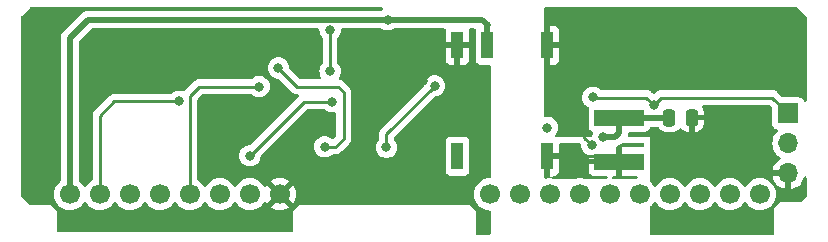
<source format=gbr>
%TF.GenerationSoftware,KiCad,Pcbnew,8.0.4*%
%TF.CreationDate,2024-11-04T15:39:35+01:00*%
%TF.ProjectId,Flipper_Zero_CAN_Module,466c6970-7065-4725-9f5a-65726f5f4341,rev?*%
%TF.SameCoordinates,Original*%
%TF.FileFunction,Copper,L2,Bot*%
%TF.FilePolarity,Positive*%
%FSLAX46Y46*%
G04 Gerber Fmt 4.6, Leading zero omitted, Abs format (unit mm)*
G04 Created by KiCad (PCBNEW 8.0.4) date 2024-11-04 15:39:35*
%MOMM*%
%LPD*%
G01*
G04 APERTURE LIST*
G04 Aperture macros list*
%AMRoundRect*
0 Rectangle with rounded corners*
0 $1 Rounding radius*
0 $2 $3 $4 $5 $6 $7 $8 $9 X,Y pos of 4 corners*
0 Add a 4 corners polygon primitive as box body*
4,1,4,$2,$3,$4,$5,$6,$7,$8,$9,$2,$3,0*
0 Add four circle primitives for the rounded corners*
1,1,$1+$1,$2,$3*
1,1,$1+$1,$4,$5*
1,1,$1+$1,$6,$7*
1,1,$1+$1,$8,$9*
0 Add four rect primitives between the rounded corners*
20,1,$1+$1,$2,$3,$4,$5,0*
20,1,$1+$1,$4,$5,$6,$7,0*
20,1,$1+$1,$6,$7,$8,$9,0*
20,1,$1+$1,$8,$9,$2,$3,0*%
G04 Aperture macros list end*
%TA.AperFunction,ComponentPad*%
%ADD10C,1.700000*%
%TD*%
%TA.AperFunction,ComponentPad*%
%ADD11R,1.700000X1.700000*%
%TD*%
%TA.AperFunction,ComponentPad*%
%ADD12O,1.700000X1.700000*%
%TD*%
%TA.AperFunction,SMDPad,CuDef*%
%ADD13R,4.200000X1.400000*%
%TD*%
%TA.AperFunction,SMDPad,CuDef*%
%ADD14RoundRect,0.250000X0.250000X0.475000X-0.250000X0.475000X-0.250000X-0.475000X0.250000X-0.475000X0*%
%TD*%
%TA.AperFunction,SMDPad,CuDef*%
%ADD15R,1.000000X2.300000*%
%TD*%
%TA.AperFunction,ViaPad*%
%ADD16C,0.800000*%
%TD*%
%TA.AperFunction,Conductor*%
%ADD17C,0.250000*%
%TD*%
%TA.AperFunction,Conductor*%
%ADD18C,0.500000*%
%TD*%
G04 APERTURE END LIST*
D10*
%TO.P,U7,1,5V*%
%TO.N,+5V*%
X115873531Y-87820024D03*
%TO.P,U7,2,A7*%
%TO.N,/Board/SPI_MOSI*%
X118413531Y-87820024D03*
%TO.P,U7,3,A6*%
%TO.N,/Board/SPI_MISO*%
X120953531Y-87820024D03*
%TO.P,U7,4,A4*%
%TO.N,/Board/CAN_FD_1_ChipSelect*%
X123493531Y-87820024D03*
%TO.P,U7,5,B3*%
%TO.N,/Board/SPI_SCK*%
X126033531Y-87820024D03*
%TO.P,U7,6,B2*%
%TO.N,unconnected-(U7-B2-Pad6)*%
X128573531Y-87820024D03*
%TO.P,U7,7,C3*%
%TO.N,/Board/CAN_FD_1_INT*%
X131113531Y-87820024D03*
%TO.P,U7,8,GND*%
%TO.N,GND*%
X133653531Y-87820024D03*
%TO.P,U7,9,3V3*%
%TO.N,+3V3*%
X151433531Y-87820024D03*
%TO.P,U7,10,SWC*%
%TO.N,unconnected-(U7-SWC-Pad10)*%
X153973531Y-87820024D03*
%TO.P,U7,11,GND*%
%TO.N,unconnected-(U7-GND-Pad11)*%
X156513531Y-87820024D03*
%TO.P,U7,12,SIO*%
%TO.N,unconnected-(U7-SIO-Pad12)*%
X159053531Y-87820024D03*
%TO.P,U7,13,TX*%
%TO.N,unconnected-(U7-TX-Pad13)*%
X161593531Y-87820024D03*
%TO.P,U7,14,RX*%
%TO.N,unconnected-(U7-RX-Pad14)*%
X164133531Y-87820024D03*
%TO.P,U7,15,C1*%
%TO.N,unconnected-(U7-C1-Pad15)*%
X166673531Y-87820024D03*
%TO.P,U7,16,C0*%
%TO.N,unconnected-(U7-C0-Pad16)*%
X169213531Y-87820024D03*
%TO.P,U7,17,1W*%
%TO.N,unconnected-(U7-1W-Pad17)*%
X171753531Y-87820024D03*
%TO.P,U7,18,GND*%
%TO.N,unconnected-(U7-GND-Pad18)*%
X174293531Y-87820024D03*
%TD*%
D11*
%TO.P,J1,1,Pin_1*%
%TO.N,/Board/CAN_H_FD_1*%
X176700000Y-80975000D03*
D12*
%TO.P,J1,2,Pin_2*%
%TO.N,/Board/CAN_L_FD_1*%
X176700000Y-83515000D03*
%TO.P,J1,3,Pin_3*%
%TO.N,GND1*%
X176700000Y-86055000D03*
%TD*%
D13*
%TO.P,L1,1,1*%
%TO.N,Net-(U1-+VOUT)*%
X162400000Y-85050000D03*
%TO.P,L1,2,2*%
%TO.N,+5P*%
X162400000Y-81350000D03*
%TD*%
D14*
%TO.P,C2,1*%
%TO.N,GND1*%
X168525000Y-81325000D03*
%TO.P,C2,2*%
%TO.N,+5P*%
X166625000Y-81325000D03*
%TD*%
D15*
%TO.P,U1,1,-VIN*%
%TO.N,GND*%
X148680000Y-75200000D03*
%TO.P,U1,3,+VIN*%
%TO.N,+5V*%
X151220000Y-75200000D03*
%TO.P,U1,7,-VOUT*%
%TO.N,GND1*%
X156300000Y-75200000D03*
%TO.P,U1,8,+VOUT*%
%TO.N,Net-(U1-+VOUT)*%
X156300000Y-84600000D03*
%TO.P,U1,14,NC*%
%TO.N,unconnected-(U1-NC-Pad14)*%
X148680000Y-84600000D03*
%TD*%
D16*
%TO.N,+3V3*%
X133525000Y-77125000D03*
X137450000Y-83800000D03*
%TO.N,GND*%
X140325000Y-85375000D03*
X141475000Y-74475000D03*
X142040000Y-81100000D03*
X145750000Y-78200000D03*
%TO.N,+5P*%
X156286200Y-82169000D03*
X161000000Y-83000000D03*
%TO.N,GND1*%
X156972000Y-72898000D03*
X161100000Y-78500000D03*
X165750000Y-84750000D03*
X163110000Y-74940000D03*
X160050000Y-83650000D03*
X165750000Y-84750000D03*
X163110000Y-74940000D03*
%TO.N,/Board/CAN_H_FD_1*%
X160158400Y-79615000D03*
X165300000Y-80238600D03*
%TO.N,+5V*%
X142773400Y-73025000D03*
%TO.N,Net-(U2-TXCAN)*%
X142671800Y-83845400D03*
X146761200Y-78638400D03*
%TO.N,/Board/CAN_FD_1_INT*%
X131114800Y-84556600D03*
X138099800Y-79984600D03*
%TO.N,/Board/SPI_SCK*%
X131891400Y-78700000D03*
%TO.N,/Board/SPI_MOSI*%
X125120400Y-79959200D03*
%TO.N,/Board/TX_CAN_INT*%
X137900000Y-73874500D03*
X137900000Y-77400000D03*
%TD*%
D17*
%TO.N,+3V3*%
X138600000Y-78725000D02*
X139050000Y-79175000D01*
X138400000Y-83775000D02*
X138375000Y-83800000D01*
X133525000Y-77125000D02*
X135125000Y-78725000D01*
X139050000Y-83125000D02*
X138400000Y-83775000D01*
X138375000Y-83800000D02*
X137450000Y-83800000D01*
X138375000Y-78725000D02*
X138600000Y-78725000D01*
X135125000Y-78725000D02*
X138375000Y-78725000D01*
X139050000Y-79175000D02*
X139050000Y-83125000D01*
D18*
%TO.N,+5P*%
X162000000Y-83000000D02*
X162400000Y-82600000D01*
X161000000Y-83000000D02*
X162000000Y-83000000D01*
D17*
X166600000Y-81350000D02*
X166625000Y-81325000D01*
D18*
X162400000Y-82600000D02*
X162400000Y-81350000D01*
X162400000Y-81350000D02*
X166600000Y-81350000D01*
D17*
%TO.N,GND1*%
X162850000Y-75200000D02*
X163110000Y-74940000D01*
X161075000Y-78525000D02*
X161100000Y-78500000D01*
X156300000Y-75200000D02*
X162850000Y-75200000D01*
X156300000Y-73570000D02*
X156972000Y-72898000D01*
X158750000Y-78975000D02*
X159200000Y-78525000D01*
X159433400Y-81158400D02*
X158750000Y-80475000D01*
X159433400Y-83033400D02*
X159433400Y-81158400D01*
X158750000Y-80475000D02*
X158750000Y-78975000D01*
X159200000Y-78525000D02*
X161075000Y-78525000D01*
X156300000Y-75200000D02*
X156300000Y-73570000D01*
X160050000Y-83650000D02*
X159433400Y-83033400D01*
%TO.N,/Board/CAN_H_FD_1*%
X175354000Y-79629000D02*
X176700000Y-80975000D01*
X165300000Y-80238600D02*
X165909600Y-79629000D01*
X160172400Y-79629000D02*
X160158400Y-79615000D01*
X164690400Y-79629000D02*
X160172400Y-79629000D01*
X165300000Y-80238600D02*
X164690400Y-79629000D01*
X165909600Y-79629000D02*
X175354000Y-79629000D01*
D18*
%TO.N,+5V*%
X142773400Y-73025000D02*
X150774400Y-73025000D01*
X151220000Y-73493800D02*
X151220000Y-75200000D01*
X142773400Y-73025000D02*
X117398800Y-73025000D01*
X117398800Y-73025000D02*
X115873531Y-74550269D01*
D17*
X151231600Y-73482200D02*
X151220000Y-73493800D01*
D18*
X115873531Y-74550269D02*
X115873531Y-87820024D01*
X150774400Y-73025000D02*
X151231600Y-73482200D01*
D17*
%TO.N,Net-(U2-TXCAN)*%
X146761200Y-78638400D02*
X142671800Y-82727800D01*
X142671800Y-82727800D02*
X142671800Y-83845400D01*
%TO.N,/Board/CAN_FD_1_INT*%
X131114800Y-84556600D02*
X135686800Y-79984600D01*
X135686800Y-79984600D02*
X138099800Y-79984600D01*
%TO.N,/Board/SPI_SCK*%
X126836800Y-78700000D02*
X126033531Y-79503269D01*
X131891400Y-78700000D02*
X126836800Y-78700000D01*
X126033531Y-79503269D02*
X126033531Y-87820024D01*
%TO.N,/Board/SPI_MOSI*%
X119634000Y-79959200D02*
X118413531Y-81179669D01*
X118413531Y-81179669D02*
X118413531Y-87820024D01*
X125120400Y-79959200D02*
X119634000Y-79959200D01*
%TO.N,Net-(U1-+VOUT)*%
X156286200Y-84586200D02*
X156300000Y-84600000D01*
X161950000Y-84600000D02*
X162400000Y-85050000D01*
X156300000Y-84600000D02*
X161950000Y-84600000D01*
%TO.N,/Board/TX_CAN_INT*%
X137900000Y-73874500D02*
X137900000Y-77400000D01*
%TD*%
%TA.AperFunction,Conductor*%
%TO.N,GND*%
G36*
X142345291Y-72019685D02*
G01*
X142391046Y-72072489D01*
X142400990Y-72141647D01*
X142371965Y-72205203D01*
X142328690Y-72237278D01*
X142324697Y-72239055D01*
X142320667Y-72240850D01*
X142320665Y-72240851D01*
X142306948Y-72250818D01*
X142241142Y-72274298D01*
X142234063Y-72274500D01*
X117324880Y-72274500D01*
X117179892Y-72303340D01*
X117179882Y-72303343D01*
X117043308Y-72359913D01*
X116920384Y-72442048D01*
X116920384Y-72442049D01*
X115290578Y-74071853D01*
X115290576Y-74071855D01*
X115258879Y-74119297D01*
X115258877Y-74119300D01*
X115208450Y-74194767D01*
X115208443Y-74194780D01*
X115151874Y-74331351D01*
X115151871Y-74331361D01*
X115123031Y-74476348D01*
X115123031Y-86632322D01*
X115103346Y-86699361D01*
X115070156Y-86733896D01*
X115002126Y-86781531D01*
X114835036Y-86948621D01*
X114699496Y-87142193D01*
X114699495Y-87142195D01*
X114599629Y-87356359D01*
X114599625Y-87356368D01*
X114538469Y-87584610D01*
X114538467Y-87584620D01*
X114517872Y-87820023D01*
X114517872Y-87820024D01*
X114538467Y-88055427D01*
X114538469Y-88055437D01*
X114599625Y-88283679D01*
X114599627Y-88283683D01*
X114599628Y-88283687D01*
X114679331Y-88454610D01*
X114699496Y-88497854D01*
X114699498Y-88497858D01*
X114757993Y-88581397D01*
X114835036Y-88691425D01*
X115002130Y-88858519D01*
X115098915Y-88926289D01*
X115195696Y-88994056D01*
X115195698Y-88994057D01*
X115195701Y-88994059D01*
X115409868Y-89093927D01*
X115638123Y-89155087D01*
X115826449Y-89171563D01*
X115873530Y-89175683D01*
X115873531Y-89175683D01*
X115873532Y-89175683D01*
X115920256Y-89171595D01*
X116108939Y-89155087D01*
X116337194Y-89093927D01*
X116551361Y-88994059D01*
X116744932Y-88858519D01*
X116912026Y-88691425D01*
X117041956Y-88505866D01*
X117096533Y-88462241D01*
X117166031Y-88455047D01*
X117228386Y-88486570D01*
X117245106Y-88505866D01*
X117375031Y-88691419D01*
X117375036Y-88691425D01*
X117542130Y-88858519D01*
X117638915Y-88926289D01*
X117735696Y-88994056D01*
X117735698Y-88994057D01*
X117735701Y-88994059D01*
X117949868Y-89093927D01*
X118178123Y-89155087D01*
X118366449Y-89171563D01*
X118413530Y-89175683D01*
X118413531Y-89175683D01*
X118413532Y-89175683D01*
X118460256Y-89171595D01*
X118648939Y-89155087D01*
X118877194Y-89093927D01*
X119091361Y-88994059D01*
X119284932Y-88858519D01*
X119452026Y-88691425D01*
X119581956Y-88505866D01*
X119636533Y-88462241D01*
X119706031Y-88455047D01*
X119768386Y-88486570D01*
X119785106Y-88505866D01*
X119915031Y-88691419D01*
X119915036Y-88691425D01*
X120082130Y-88858519D01*
X120178915Y-88926289D01*
X120275696Y-88994056D01*
X120275698Y-88994057D01*
X120275701Y-88994059D01*
X120489868Y-89093927D01*
X120718123Y-89155087D01*
X120906449Y-89171563D01*
X120953530Y-89175683D01*
X120953531Y-89175683D01*
X120953532Y-89175683D01*
X121000256Y-89171595D01*
X121188939Y-89155087D01*
X121417194Y-89093927D01*
X121631361Y-88994059D01*
X121824932Y-88858519D01*
X121992026Y-88691425D01*
X122121956Y-88505866D01*
X122176533Y-88462241D01*
X122246031Y-88455047D01*
X122308386Y-88486570D01*
X122325106Y-88505866D01*
X122455031Y-88691419D01*
X122455036Y-88691425D01*
X122622130Y-88858519D01*
X122718915Y-88926289D01*
X122815696Y-88994056D01*
X122815698Y-88994057D01*
X122815701Y-88994059D01*
X123029868Y-89093927D01*
X123258123Y-89155087D01*
X123446449Y-89171563D01*
X123493530Y-89175683D01*
X123493531Y-89175683D01*
X123493532Y-89175683D01*
X123540256Y-89171595D01*
X123728939Y-89155087D01*
X123957194Y-89093927D01*
X124171361Y-88994059D01*
X124364932Y-88858519D01*
X124532026Y-88691425D01*
X124661956Y-88505866D01*
X124716533Y-88462241D01*
X124786031Y-88455047D01*
X124848386Y-88486570D01*
X124865106Y-88505866D01*
X124995031Y-88691419D01*
X124995036Y-88691425D01*
X125162130Y-88858519D01*
X125258915Y-88926289D01*
X125355696Y-88994056D01*
X125355698Y-88994057D01*
X125355701Y-88994059D01*
X125569868Y-89093927D01*
X125798123Y-89155087D01*
X125986449Y-89171563D01*
X126033530Y-89175683D01*
X126033531Y-89175683D01*
X126033532Y-89175683D01*
X126080256Y-89171595D01*
X126268939Y-89155087D01*
X126497194Y-89093927D01*
X126711361Y-88994059D01*
X126904932Y-88858519D01*
X127072026Y-88691425D01*
X127201956Y-88505866D01*
X127256533Y-88462241D01*
X127326031Y-88455047D01*
X127388386Y-88486570D01*
X127405106Y-88505866D01*
X127535031Y-88691419D01*
X127535036Y-88691425D01*
X127702130Y-88858519D01*
X127798915Y-88926289D01*
X127895696Y-88994056D01*
X127895698Y-88994057D01*
X127895701Y-88994059D01*
X128109868Y-89093927D01*
X128338123Y-89155087D01*
X128526449Y-89171563D01*
X128573530Y-89175683D01*
X128573531Y-89175683D01*
X128573532Y-89175683D01*
X128620256Y-89171595D01*
X128808939Y-89155087D01*
X129037194Y-89093927D01*
X129251361Y-88994059D01*
X129444932Y-88858519D01*
X129612026Y-88691425D01*
X129741956Y-88505866D01*
X129796533Y-88462241D01*
X129866031Y-88455047D01*
X129928386Y-88486570D01*
X129945106Y-88505866D01*
X130075031Y-88691419D01*
X130075036Y-88691425D01*
X130242130Y-88858519D01*
X130338915Y-88926289D01*
X130435696Y-88994056D01*
X130435698Y-88994057D01*
X130435701Y-88994059D01*
X130649868Y-89093927D01*
X130878123Y-89155087D01*
X131066449Y-89171563D01*
X131113530Y-89175683D01*
X131113531Y-89175683D01*
X131113532Y-89175683D01*
X131160256Y-89171595D01*
X131348939Y-89155087D01*
X131577194Y-89093927D01*
X131791361Y-88994059D01*
X131984932Y-88858519D01*
X132152026Y-88691425D01*
X132282263Y-88505427D01*
X132336838Y-88461804D01*
X132406336Y-88454610D01*
X132468691Y-88486133D01*
X132485411Y-88505429D01*
X132538604Y-88581397D01*
X133170568Y-87949433D01*
X133187606Y-88013017D01*
X133253432Y-88127031D01*
X133346524Y-88220123D01*
X133460538Y-88285949D01*
X133524121Y-88302986D01*
X132892156Y-88934949D01*
X132975952Y-88993623D01*
X133190038Y-89093453D01*
X133190047Y-89093457D01*
X133418204Y-89154591D01*
X133418215Y-89154593D01*
X133653529Y-89175181D01*
X133653533Y-89175181D01*
X133888846Y-89154593D01*
X133888857Y-89154591D01*
X134117014Y-89093457D01*
X134117023Y-89093453D01*
X134331109Y-88993624D01*
X134331113Y-88993622D01*
X134414904Y-88934950D01*
X134414904Y-88934949D01*
X133782940Y-88302986D01*
X133846524Y-88285949D01*
X133960538Y-88220123D01*
X134053630Y-88127031D01*
X134119456Y-88013017D01*
X134136493Y-87949433D01*
X134768456Y-88581397D01*
X134768457Y-88581397D01*
X134827129Y-88497606D01*
X134827131Y-88497602D01*
X134926960Y-88283516D01*
X134926964Y-88283507D01*
X134988098Y-88055350D01*
X134988100Y-88055339D01*
X135008688Y-87820025D01*
X135008688Y-87820022D01*
X134988100Y-87584708D01*
X134988098Y-87584697D01*
X134926964Y-87356540D01*
X134926960Y-87356531D01*
X134827131Y-87142447D01*
X134827130Y-87142445D01*
X134768456Y-87058650D01*
X134768456Y-87058649D01*
X134136493Y-87690613D01*
X134119456Y-87627031D01*
X134053630Y-87513017D01*
X133960538Y-87419925D01*
X133846524Y-87354099D01*
X133782941Y-87337061D01*
X134414904Y-86705097D01*
X134414904Y-86705096D01*
X134331114Y-86646426D01*
X134331110Y-86646424D01*
X134117023Y-86546594D01*
X134117014Y-86546590D01*
X133888857Y-86485456D01*
X133888846Y-86485454D01*
X133653533Y-86464867D01*
X133653529Y-86464867D01*
X133418215Y-86485454D01*
X133418204Y-86485456D01*
X133190047Y-86546590D01*
X133190038Y-86546594D01*
X132975950Y-86646425D01*
X132892156Y-86705096D01*
X133524121Y-87337061D01*
X133460538Y-87354099D01*
X133346524Y-87419925D01*
X133253432Y-87513017D01*
X133187606Y-87627031D01*
X133170568Y-87690613D01*
X132538604Y-87058650D01*
X132485412Y-87134618D01*
X132430835Y-87178243D01*
X132361337Y-87185437D01*
X132298982Y-87153915D01*
X132282261Y-87134618D01*
X132152025Y-86948621D01*
X131984933Y-86781530D01*
X131984926Y-86781525D01*
X131791365Y-86645991D01*
X131791361Y-86645989D01*
X131739031Y-86621587D01*
X131577194Y-86546121D01*
X131577190Y-86546120D01*
X131577186Y-86546118D01*
X131348944Y-86484962D01*
X131348934Y-86484960D01*
X131113532Y-86464365D01*
X131113530Y-86464365D01*
X130878127Y-86484960D01*
X130878117Y-86484962D01*
X130649875Y-86546118D01*
X130649866Y-86546122D01*
X130435702Y-86645988D01*
X130435700Y-86645989D01*
X130242128Y-86781529D01*
X130075036Y-86948621D01*
X129945106Y-87134182D01*
X129890529Y-87177807D01*
X129821031Y-87185001D01*
X129758676Y-87153478D01*
X129741956Y-87134182D01*
X129612025Y-86948621D01*
X129444933Y-86781530D01*
X129444926Y-86781525D01*
X129251365Y-86645991D01*
X129251361Y-86645989D01*
X129199031Y-86621587D01*
X129037194Y-86546121D01*
X129037190Y-86546120D01*
X129037186Y-86546118D01*
X128808944Y-86484962D01*
X128808934Y-86484960D01*
X128573532Y-86464365D01*
X128573530Y-86464365D01*
X128338127Y-86484960D01*
X128338117Y-86484962D01*
X128109875Y-86546118D01*
X128109866Y-86546122D01*
X127895702Y-86645988D01*
X127895700Y-86645989D01*
X127702128Y-86781529D01*
X127535036Y-86948621D01*
X127405106Y-87134182D01*
X127350529Y-87177807D01*
X127281031Y-87185001D01*
X127218676Y-87153478D01*
X127201956Y-87134182D01*
X127072025Y-86948621D01*
X126904933Y-86781530D01*
X126904932Y-86781529D01*
X126758960Y-86679318D01*
X126711907Y-86646371D01*
X126668282Y-86591794D01*
X126659031Y-86544796D01*
X126659031Y-79813721D01*
X126678716Y-79746682D01*
X126695350Y-79726040D01*
X127059571Y-79361819D01*
X127120894Y-79328334D01*
X127147252Y-79325500D01*
X131187652Y-79325500D01*
X131254691Y-79345185D01*
X131279800Y-79366526D01*
X131285526Y-79372885D01*
X131285529Y-79372888D01*
X131438665Y-79484148D01*
X131438670Y-79484151D01*
X131611592Y-79561142D01*
X131611597Y-79561144D01*
X131796754Y-79600500D01*
X131796755Y-79600500D01*
X131986044Y-79600500D01*
X131986046Y-79600500D01*
X132171203Y-79561144D01*
X132344130Y-79484151D01*
X132497271Y-79372888D01*
X132623933Y-79232216D01*
X132718579Y-79068284D01*
X132777074Y-78888256D01*
X132796860Y-78700000D01*
X132777074Y-78511744D01*
X132718579Y-78331716D01*
X132623933Y-78167784D01*
X132497271Y-78027112D01*
X132497270Y-78027111D01*
X132344134Y-77915851D01*
X132344129Y-77915848D01*
X132171207Y-77838857D01*
X132171202Y-77838855D01*
X132025401Y-77807865D01*
X131986046Y-77799500D01*
X131796754Y-77799500D01*
X131764297Y-77806398D01*
X131611597Y-77838855D01*
X131611592Y-77838857D01*
X131438670Y-77915848D01*
X131438665Y-77915851D01*
X131285530Y-78027110D01*
X131285526Y-78027114D01*
X131279800Y-78033474D01*
X131220313Y-78070121D01*
X131187652Y-78074500D01*
X126898407Y-78074500D01*
X126775193Y-78074500D01*
X126755320Y-78078453D01*
X126726989Y-78084088D01*
X126726988Y-78084087D01*
X126654355Y-78098535D01*
X126654348Y-78098537D01*
X126635884Y-78106185D01*
X126635883Y-78106184D01*
X126540515Y-78145686D01*
X126530427Y-78152428D01*
X126530426Y-78152429D01*
X126438068Y-78214140D01*
X126413068Y-78239141D01*
X126350942Y-78301267D01*
X126350939Y-78301270D01*
X125634801Y-79017408D01*
X125634798Y-79017411D01*
X125593509Y-79058700D01*
X125566987Y-79085222D01*
X125505663Y-79118706D01*
X125435972Y-79113721D01*
X125428870Y-79110819D01*
X125400208Y-79098057D01*
X125400202Y-79098055D01*
X125254401Y-79067065D01*
X125215046Y-79058700D01*
X125025754Y-79058700D01*
X124993297Y-79065598D01*
X124840597Y-79098055D01*
X124840592Y-79098057D01*
X124667670Y-79175048D01*
X124667665Y-79175051D01*
X124514530Y-79286310D01*
X124514526Y-79286314D01*
X124508800Y-79292674D01*
X124449313Y-79329321D01*
X124416652Y-79333700D01*
X119572389Y-79333700D01*
X119514651Y-79345185D01*
X119511971Y-79345718D01*
X119451548Y-79357737D01*
X119451546Y-79357737D01*
X119451545Y-79357738D01*
X119451543Y-79357738D01*
X119414969Y-79372888D01*
X119337715Y-79404886D01*
X119327627Y-79411628D01*
X119327626Y-79411629D01*
X119235268Y-79473340D01*
X119209866Y-79498743D01*
X119148142Y-79560467D01*
X117927675Y-80780933D01*
X117927669Y-80780941D01*
X117859223Y-80883374D01*
X117859215Y-80883388D01*
X117826014Y-80963548D01*
X117825878Y-80963876D01*
X117820354Y-80977212D01*
X117812068Y-80997214D01*
X117812066Y-80997222D01*
X117788031Y-81118058D01*
X117788031Y-86544797D01*
X117768346Y-86611836D01*
X117735154Y-86646372D01*
X117542128Y-86781529D01*
X117375036Y-86948621D01*
X117245106Y-87134182D01*
X117190529Y-87177807D01*
X117121031Y-87185001D01*
X117058676Y-87153478D01*
X117041956Y-87134182D01*
X116912025Y-86948621D01*
X116744935Y-86781531D01*
X116676906Y-86733896D01*
X116633282Y-86679318D01*
X116624031Y-86632322D01*
X116624031Y-74912498D01*
X116643716Y-74845459D01*
X116660350Y-74824817D01*
X117673348Y-73811819D01*
X117734671Y-73778334D01*
X117761029Y-73775500D01*
X136872485Y-73775500D01*
X136939524Y-73795185D01*
X136985279Y-73847989D01*
X136995804Y-73886534D01*
X137014326Y-74062756D01*
X137014327Y-74062759D01*
X137072818Y-74242777D01*
X137072821Y-74242784D01*
X137167467Y-74406716D01*
X137210772Y-74454810D01*
X137242650Y-74490215D01*
X137272880Y-74553206D01*
X137274500Y-74573187D01*
X137274500Y-76701312D01*
X137254815Y-76768351D01*
X137242650Y-76784284D01*
X137167466Y-76867784D01*
X137072821Y-77031715D01*
X137072818Y-77031722D01*
X137036375Y-77143884D01*
X137014326Y-77211744D01*
X136994540Y-77400000D01*
X137014326Y-77588256D01*
X137014327Y-77588259D01*
X137072818Y-77768277D01*
X137072821Y-77768284D01*
X137156661Y-77913500D01*
X137173134Y-77981401D01*
X137150281Y-78047427D01*
X137095360Y-78090618D01*
X137049274Y-78099500D01*
X135435453Y-78099500D01*
X135368414Y-78079815D01*
X135347772Y-78063181D01*
X134463960Y-77179369D01*
X134430475Y-77118046D01*
X134428323Y-77104668D01*
X134410674Y-76936744D01*
X134352179Y-76756716D01*
X134257533Y-76592784D01*
X134130871Y-76452112D01*
X134130870Y-76452111D01*
X133977734Y-76340851D01*
X133977729Y-76340848D01*
X133804807Y-76263857D01*
X133804802Y-76263855D01*
X133659001Y-76232865D01*
X133619646Y-76224500D01*
X133430354Y-76224500D01*
X133397897Y-76231398D01*
X133245197Y-76263855D01*
X133245192Y-76263857D01*
X133072270Y-76340848D01*
X133072265Y-76340851D01*
X132919129Y-76452111D01*
X132792466Y-76592785D01*
X132697821Y-76756715D01*
X132697818Y-76756722D01*
X132660953Y-76870183D01*
X132639326Y-76936744D01*
X132619540Y-77125000D01*
X132639326Y-77313256D01*
X132639327Y-77313259D01*
X132697818Y-77493277D01*
X132697821Y-77493284D01*
X132792467Y-77657216D01*
X132900551Y-77777255D01*
X132919129Y-77797888D01*
X133072265Y-77909148D01*
X133072270Y-77909151D01*
X133245192Y-77986142D01*
X133245197Y-77986144D01*
X133430354Y-78025500D01*
X133489548Y-78025500D01*
X133556587Y-78045185D01*
X133577229Y-78061819D01*
X134726263Y-79210855D01*
X134726267Y-79210858D01*
X134828710Y-79279309D01*
X134828711Y-79279309D01*
X134828715Y-79279312D01*
X134882193Y-79301463D01*
X134942548Y-79326463D01*
X134962597Y-79330451D01*
X134978931Y-79333700D01*
X135063392Y-79350501D01*
X135136946Y-79350501D01*
X135203985Y-79370186D01*
X135249740Y-79422990D01*
X135259684Y-79492148D01*
X135230659Y-79555704D01*
X135224627Y-79562182D01*
X131167029Y-83619781D01*
X131105706Y-83653266D01*
X131079348Y-83656100D01*
X131020154Y-83656100D01*
X130987697Y-83662998D01*
X130834997Y-83695455D01*
X130834992Y-83695457D01*
X130662070Y-83772448D01*
X130662065Y-83772451D01*
X130508929Y-83883711D01*
X130382266Y-84024385D01*
X130287621Y-84188315D01*
X130287618Y-84188322D01*
X130233686Y-84354310D01*
X130229126Y-84368344D01*
X130209340Y-84556600D01*
X130229126Y-84744856D01*
X130229127Y-84744859D01*
X130287618Y-84924877D01*
X130287621Y-84924884D01*
X130382267Y-85088816D01*
X130508929Y-85229488D01*
X130662065Y-85340748D01*
X130662070Y-85340751D01*
X130834992Y-85417742D01*
X130834997Y-85417744D01*
X131020154Y-85457100D01*
X131020155Y-85457100D01*
X131209444Y-85457100D01*
X131209446Y-85457100D01*
X131394603Y-85417744D01*
X131567530Y-85340751D01*
X131720671Y-85229488D01*
X131847333Y-85088816D01*
X131941979Y-84924884D01*
X132000474Y-84744856D01*
X132018121Y-84576945D01*
X132044705Y-84512332D01*
X132053752Y-84502236D01*
X135909572Y-80646419D01*
X135970895Y-80612934D01*
X135997253Y-80610100D01*
X137396052Y-80610100D01*
X137463091Y-80629785D01*
X137488200Y-80651126D01*
X137493926Y-80657485D01*
X137493930Y-80657489D01*
X137647065Y-80768748D01*
X137647070Y-80768751D01*
X137819992Y-80845742D01*
X137819997Y-80845744D01*
X138005154Y-80885100D01*
X138005155Y-80885100D01*
X138194444Y-80885100D01*
X138194446Y-80885100D01*
X138274721Y-80868037D01*
X138344386Y-80873353D01*
X138400120Y-80915490D01*
X138424225Y-80981069D01*
X138424500Y-80989327D01*
X138424500Y-82814548D01*
X138404815Y-82881587D01*
X138388181Y-82902229D01*
X138192978Y-83097431D01*
X138131655Y-83130916D01*
X138061963Y-83125932D01*
X138032412Y-83110068D01*
X137902734Y-83015851D01*
X137902729Y-83015848D01*
X137729807Y-82938857D01*
X137729802Y-82938855D01*
X137584001Y-82907865D01*
X137544646Y-82899500D01*
X137355354Y-82899500D01*
X137322897Y-82906398D01*
X137170197Y-82938855D01*
X137170192Y-82938857D01*
X136997270Y-83015848D01*
X136997265Y-83015851D01*
X136844129Y-83127111D01*
X136717466Y-83267785D01*
X136622821Y-83431715D01*
X136622818Y-83431722D01*
X136564614Y-83610858D01*
X136564326Y-83611744D01*
X136544540Y-83800000D01*
X136564326Y-83988256D01*
X136564327Y-83988259D01*
X136622818Y-84168277D01*
X136622821Y-84168284D01*
X136717467Y-84332216D01*
X136838401Y-84466526D01*
X136844129Y-84472888D01*
X136997265Y-84584148D01*
X136997270Y-84584151D01*
X137170192Y-84661142D01*
X137170197Y-84661144D01*
X137355354Y-84700500D01*
X137355355Y-84700500D01*
X137544644Y-84700500D01*
X137544646Y-84700500D01*
X137729803Y-84661144D01*
X137902730Y-84584151D01*
X138055871Y-84472888D01*
X138058788Y-84469647D01*
X138061600Y-84466526D01*
X138121087Y-84429879D01*
X138153748Y-84425500D01*
X138436607Y-84425500D01*
X138497029Y-84413481D01*
X138557452Y-84401463D01*
X138607496Y-84380734D01*
X138671286Y-84354312D01*
X138732620Y-84313329D01*
X138773733Y-84285858D01*
X138860858Y-84198733D01*
X138860858Y-84198732D01*
X138885857Y-84173734D01*
X138885857Y-84173733D01*
X138892914Y-84166677D01*
X138892925Y-84166663D01*
X139214189Y-83845400D01*
X141766340Y-83845400D01*
X141786126Y-84033656D01*
X141786127Y-84033659D01*
X141844618Y-84213677D01*
X141844621Y-84213684D01*
X141939267Y-84377616D01*
X142051468Y-84502227D01*
X142065929Y-84518288D01*
X142219065Y-84629548D01*
X142219070Y-84629551D01*
X142391992Y-84706542D01*
X142391997Y-84706544D01*
X142577154Y-84745900D01*
X142577155Y-84745900D01*
X142766444Y-84745900D01*
X142766446Y-84745900D01*
X142951603Y-84706544D01*
X143124530Y-84629551D01*
X143277671Y-84518288D01*
X143404333Y-84377616D01*
X143498979Y-84213684D01*
X143557474Y-84033656D01*
X143577260Y-83845400D01*
X143557474Y-83657144D01*
X143498979Y-83477116D01*
X143455689Y-83402135D01*
X147679500Y-83402135D01*
X147679500Y-85797870D01*
X147679501Y-85797876D01*
X147685908Y-85857483D01*
X147736202Y-85992328D01*
X147736206Y-85992335D01*
X147822452Y-86107544D01*
X147822455Y-86107547D01*
X147937664Y-86193793D01*
X147937671Y-86193797D01*
X148072517Y-86244091D01*
X148072516Y-86244091D01*
X148079444Y-86244835D01*
X148132127Y-86250500D01*
X149227872Y-86250499D01*
X149287483Y-86244091D01*
X149422331Y-86193796D01*
X149537546Y-86107546D01*
X149623796Y-85992331D01*
X149674091Y-85857483D01*
X149680500Y-85797873D01*
X149680499Y-83402128D01*
X149674091Y-83342517D01*
X149670196Y-83332075D01*
X149623797Y-83207671D01*
X149623793Y-83207664D01*
X149537547Y-83092455D01*
X149537544Y-83092452D01*
X149422335Y-83006206D01*
X149422328Y-83006202D01*
X149287482Y-82955908D01*
X149287483Y-82955908D01*
X149227883Y-82949501D01*
X149227881Y-82949500D01*
X149227873Y-82949500D01*
X149227864Y-82949500D01*
X148132129Y-82949500D01*
X148132123Y-82949501D01*
X148072516Y-82955908D01*
X147937671Y-83006202D01*
X147937664Y-83006206D01*
X147822455Y-83092452D01*
X147822452Y-83092455D01*
X147736206Y-83207664D01*
X147736202Y-83207671D01*
X147685908Y-83342517D01*
X147679501Y-83402116D01*
X147679501Y-83402123D01*
X147679500Y-83402135D01*
X143455689Y-83402135D01*
X143404333Y-83313184D01*
X143399166Y-83307445D01*
X143329150Y-83229684D01*
X143298920Y-83166692D01*
X143297300Y-83146712D01*
X143297300Y-83038252D01*
X143316985Y-82971213D01*
X143333619Y-82950571D01*
X146708971Y-79575219D01*
X146770294Y-79541734D01*
X146796652Y-79538900D01*
X146855844Y-79538900D01*
X146855846Y-79538900D01*
X147041003Y-79499544D01*
X147213930Y-79422551D01*
X147367071Y-79311288D01*
X147493733Y-79170616D01*
X147588379Y-79006684D01*
X147646874Y-78826656D01*
X147666660Y-78638400D01*
X147646874Y-78450144D01*
X147588379Y-78270116D01*
X147493733Y-78106184D01*
X147367071Y-77965512D01*
X147314368Y-77927221D01*
X147213934Y-77854251D01*
X147213929Y-77854248D01*
X147041007Y-77777257D01*
X147041002Y-77777255D01*
X146895201Y-77746265D01*
X146855846Y-77737900D01*
X146666554Y-77737900D01*
X146634097Y-77744798D01*
X146481397Y-77777255D01*
X146481392Y-77777257D01*
X146308470Y-77854248D01*
X146308465Y-77854251D01*
X146155329Y-77965511D01*
X146028667Y-78106184D01*
X146028666Y-78106184D01*
X145934021Y-78270115D01*
X145934018Y-78270122D01*
X145875527Y-78450140D01*
X145875526Y-78450144D01*
X145869052Y-78511740D01*
X145857878Y-78618051D01*
X145831293Y-78682666D01*
X145822238Y-78692770D01*
X142273070Y-82241939D01*
X142185944Y-82329064D01*
X142185938Y-82329072D01*
X142117490Y-82431508D01*
X142117488Y-82431513D01*
X142089327Y-82499501D01*
X142079372Y-82523533D01*
X142079373Y-82523534D01*
X142070338Y-82545346D01*
X142070335Y-82545356D01*
X142051680Y-82639144D01*
X142051680Y-82639145D01*
X142046300Y-82666191D01*
X142046300Y-83146712D01*
X142026615Y-83213751D01*
X142014450Y-83229684D01*
X141939266Y-83313184D01*
X141844621Y-83477115D01*
X141844618Y-83477122D01*
X141798867Y-83617931D01*
X141786126Y-83657144D01*
X141766340Y-83845400D01*
X139214189Y-83845400D01*
X139448729Y-83610860D01*
X139448733Y-83610858D01*
X139535858Y-83523733D01*
X139604311Y-83421286D01*
X139604312Y-83421285D01*
X139604313Y-83421282D01*
X139604315Y-83421279D01*
X139636938Y-83342517D01*
X139641265Y-83332071D01*
X139651463Y-83307452D01*
X139669004Y-83219266D01*
X139671311Y-83207671D01*
X139675500Y-83186607D01*
X139675500Y-79113393D01*
X139675499Y-79113389D01*
X139664621Y-79058700D01*
X139651463Y-78992548D01*
X139616215Y-78907452D01*
X139616214Y-78907449D01*
X139604313Y-78878715D01*
X139556575Y-78807272D01*
X139556575Y-78807271D01*
X139556573Y-78807270D01*
X139535858Y-78776267D01*
X139535856Y-78776264D01*
X139445637Y-78686045D01*
X139445606Y-78686016D01*
X139090198Y-78330608D01*
X139090178Y-78330586D01*
X138998733Y-78239141D01*
X138947509Y-78204915D01*
X138896287Y-78170689D01*
X138896286Y-78170688D01*
X138896283Y-78170686D01*
X138896280Y-78170685D01*
X138815792Y-78137347D01*
X138782454Y-78123538D01*
X138782456Y-78123538D01*
X138782452Y-78123537D01*
X138782449Y-78123536D01*
X138782445Y-78123535D01*
X138718612Y-78110838D01*
X138656701Y-78078453D01*
X138622127Y-78017737D01*
X138625867Y-77947968D01*
X138635417Y-77927221D01*
X138677547Y-77854249D01*
X138727179Y-77768284D01*
X138785674Y-77588256D01*
X138805460Y-77400000D01*
X138785674Y-77211744D01*
X138727179Y-77031716D01*
X138632533Y-76867784D01*
X138557350Y-76784284D01*
X138527120Y-76721292D01*
X138525500Y-76701312D01*
X138525500Y-76397844D01*
X147680000Y-76397844D01*
X147686401Y-76457372D01*
X147686403Y-76457379D01*
X147736645Y-76592086D01*
X147736649Y-76592093D01*
X147822809Y-76707187D01*
X147822812Y-76707190D01*
X147937906Y-76793350D01*
X147937913Y-76793354D01*
X148072620Y-76843596D01*
X148072627Y-76843598D01*
X148132155Y-76849999D01*
X148132172Y-76850000D01*
X148430000Y-76850000D01*
X148930000Y-76850000D01*
X149227828Y-76850000D01*
X149227844Y-76849999D01*
X149287372Y-76843598D01*
X149287379Y-76843596D01*
X149422086Y-76793354D01*
X149422093Y-76793350D01*
X149537187Y-76707190D01*
X149537190Y-76707187D01*
X149623350Y-76592093D01*
X149623354Y-76592086D01*
X149673596Y-76457379D01*
X149673598Y-76457372D01*
X149679999Y-76397844D01*
X149680000Y-76397827D01*
X149680000Y-75450000D01*
X148930000Y-75450000D01*
X148930000Y-76850000D01*
X148430000Y-76850000D01*
X148430000Y-75450000D01*
X147680000Y-75450000D01*
X147680000Y-76397844D01*
X138525500Y-76397844D01*
X138525500Y-74573187D01*
X138545185Y-74506148D01*
X138557350Y-74490215D01*
X138575891Y-74469622D01*
X138632533Y-74406716D01*
X138727179Y-74242784D01*
X138785674Y-74062756D01*
X138804194Y-73886536D01*
X138830778Y-73821924D01*
X138888076Y-73781939D01*
X138927515Y-73775500D01*
X142234063Y-73775500D01*
X142301102Y-73795185D01*
X142306948Y-73799182D01*
X142320665Y-73809148D01*
X142320670Y-73809151D01*
X142493592Y-73886142D01*
X142493597Y-73886144D01*
X142678754Y-73925500D01*
X142678755Y-73925500D01*
X142868044Y-73925500D01*
X142868046Y-73925500D01*
X143053203Y-73886144D01*
X143226130Y-73809151D01*
X143228176Y-73807664D01*
X143239852Y-73799182D01*
X143305658Y-73775702D01*
X143312737Y-73775500D01*
X147570142Y-73775500D01*
X147637181Y-73795185D01*
X147682936Y-73847989D01*
X147692880Y-73917147D01*
X147686718Y-73941283D01*
X147686401Y-73942627D01*
X147680000Y-74002155D01*
X147680000Y-74950000D01*
X149680000Y-74950000D01*
X149680000Y-74002172D01*
X149679999Y-74002155D01*
X149673598Y-73942627D01*
X149671813Y-73935070D01*
X149673099Y-73934766D01*
X149668691Y-73873144D01*
X149702175Y-73811820D01*
X149763498Y-73778334D01*
X149789858Y-73775500D01*
X150109609Y-73775500D01*
X150176648Y-73795185D01*
X150222403Y-73847989D01*
X150232347Y-73917147D01*
X150226366Y-73940577D01*
X150225908Y-73942516D01*
X150219501Y-74002116D01*
X150219500Y-74002135D01*
X150219500Y-76397870D01*
X150219501Y-76397876D01*
X150225908Y-76457483D01*
X150276202Y-76592328D01*
X150276206Y-76592335D01*
X150362452Y-76707544D01*
X150362455Y-76707547D01*
X150477664Y-76793793D01*
X150477671Y-76793797D01*
X150612517Y-76844091D01*
X150612516Y-76844091D01*
X150619444Y-76844835D01*
X150672127Y-76850500D01*
X151376001Y-76850499D01*
X151443039Y-76870183D01*
X151488794Y-76922987D01*
X151500000Y-76974499D01*
X151500000Y-86344924D01*
X151480315Y-86411963D01*
X151427511Y-86457718D01*
X151386808Y-86468452D01*
X151198127Y-86484960D01*
X151198117Y-86484962D01*
X150969875Y-86546118D01*
X150969866Y-86546122D01*
X150755702Y-86645988D01*
X150755700Y-86645989D01*
X150562128Y-86781529D01*
X150395036Y-86948621D01*
X150259496Y-87142193D01*
X150259495Y-87142195D01*
X150159629Y-87356359D01*
X150159625Y-87356368D01*
X150098469Y-87584610D01*
X150098467Y-87584620D01*
X150077872Y-87820023D01*
X150077872Y-87820024D01*
X150098467Y-88055427D01*
X150098469Y-88055437D01*
X150159625Y-88283679D01*
X150159627Y-88283683D01*
X150159628Y-88283687D01*
X150239331Y-88454610D01*
X150259496Y-88497854D01*
X150259498Y-88497858D01*
X150317993Y-88581397D01*
X150395036Y-88691425D01*
X150562130Y-88858519D01*
X150658915Y-88926289D01*
X150755696Y-88994056D01*
X150755698Y-88994057D01*
X150755701Y-88994059D01*
X150969868Y-89093927D01*
X151198123Y-89155087D01*
X151386808Y-89171595D01*
X151451876Y-89197048D01*
X151492855Y-89253638D01*
X151500000Y-89295123D01*
X151500000Y-91126000D01*
X151480315Y-91193039D01*
X151427511Y-91238794D01*
X151376000Y-91250000D01*
X150374000Y-91250000D01*
X150306961Y-91230315D01*
X150261206Y-91177511D01*
X150250000Y-91126000D01*
X150250000Y-89250000D01*
X149750000Y-88750000D01*
X135250000Y-88750000D01*
X135249999Y-88750000D01*
X134750000Y-89249999D01*
X134750000Y-90876000D01*
X134730315Y-90943039D01*
X134677511Y-90988794D01*
X134626000Y-91000000D01*
X114874000Y-91000000D01*
X114806961Y-90980315D01*
X114761206Y-90927511D01*
X114750000Y-90876000D01*
X114750000Y-89250000D01*
X114250000Y-88750000D01*
X112551362Y-88750000D01*
X112484323Y-88730315D01*
X112463681Y-88713681D01*
X111786319Y-88036319D01*
X111752834Y-87974996D01*
X111750000Y-87948638D01*
X111750000Y-72801362D01*
X111769685Y-72734323D01*
X111786319Y-72713681D01*
X112463681Y-72036319D01*
X112525004Y-72002834D01*
X112551362Y-72000000D01*
X142278252Y-72000000D01*
X142345291Y-72019685D01*
G37*
%TD.AperFunction*%
%TD*%
%TA.AperFunction,Conductor*%
%TO.N,GND1*%
G36*
X175110587Y-80274185D02*
G01*
X175131229Y-80290819D01*
X175313181Y-80472771D01*
X175346666Y-80534094D01*
X175349500Y-80560452D01*
X175349500Y-81872870D01*
X175349501Y-81872876D01*
X175355908Y-81932483D01*
X175406202Y-82067328D01*
X175406206Y-82067335D01*
X175492452Y-82182544D01*
X175492455Y-82182547D01*
X175607664Y-82268793D01*
X175607671Y-82268797D01*
X175739081Y-82317810D01*
X175795015Y-82359681D01*
X175819432Y-82425145D01*
X175804580Y-82493418D01*
X175783430Y-82521673D01*
X175661503Y-82643600D01*
X175525965Y-82837169D01*
X175525964Y-82837171D01*
X175426098Y-83051335D01*
X175426094Y-83051344D01*
X175364938Y-83279586D01*
X175364936Y-83279596D01*
X175344341Y-83514999D01*
X175344341Y-83515000D01*
X175364936Y-83750403D01*
X175364938Y-83750413D01*
X175426094Y-83978655D01*
X175426096Y-83978659D01*
X175426097Y-83978663D01*
X175486254Y-84107669D01*
X175525965Y-84192830D01*
X175525967Y-84192834D01*
X175661501Y-84386395D01*
X175661506Y-84386402D01*
X175828597Y-84553493D01*
X175828603Y-84553498D01*
X176014594Y-84683730D01*
X176058219Y-84738307D01*
X176065413Y-84807805D01*
X176033890Y-84870160D01*
X176014595Y-84886880D01*
X175828922Y-85016890D01*
X175828920Y-85016891D01*
X175661891Y-85183920D01*
X175661886Y-85183926D01*
X175526400Y-85377420D01*
X175526399Y-85377422D01*
X175426570Y-85591507D01*
X175426567Y-85591513D01*
X175369364Y-85804999D01*
X175369364Y-85805000D01*
X176266988Y-85805000D01*
X176234075Y-85862007D01*
X176200000Y-85989174D01*
X176200000Y-86120826D01*
X176234075Y-86247993D01*
X176266988Y-86305000D01*
X175369364Y-86305000D01*
X175426567Y-86518486D01*
X175426570Y-86518492D01*
X175526399Y-86732578D01*
X175661894Y-86926082D01*
X175828917Y-87093105D01*
X176022421Y-87228600D01*
X176236507Y-87328429D01*
X176236516Y-87328433D01*
X176450000Y-87385634D01*
X176450000Y-86488012D01*
X176507007Y-86520925D01*
X176634174Y-86555000D01*
X176765826Y-86555000D01*
X176892993Y-86520925D01*
X176950000Y-86488012D01*
X176950000Y-87385633D01*
X177163483Y-87328433D01*
X177163492Y-87328429D01*
X177377578Y-87228600D01*
X177571082Y-87093105D01*
X177738105Y-86926082D01*
X177873600Y-86732578D01*
X177973429Y-86518492D01*
X177973433Y-86518483D01*
X178006225Y-86396102D01*
X178042590Y-86336441D01*
X178105437Y-86305912D01*
X178174812Y-86314207D01*
X178228690Y-86358692D01*
X178249965Y-86425244D01*
X178250000Y-86428195D01*
X178250000Y-87948638D01*
X178230315Y-88015677D01*
X178213681Y-88036319D01*
X177786319Y-88463681D01*
X177724996Y-88497166D01*
X177698638Y-88500000D01*
X175999999Y-88500000D01*
X175500000Y-88999999D01*
X175500000Y-91126000D01*
X175480315Y-91193039D01*
X175427511Y-91238794D01*
X175376000Y-91250000D01*
X165124000Y-91250000D01*
X165056961Y-91230315D01*
X165011206Y-91177511D01*
X165000000Y-91126000D01*
X165000000Y-88914813D01*
X165019685Y-88847774D01*
X165036319Y-88827132D01*
X165172026Y-88691425D01*
X165301956Y-88505866D01*
X165356533Y-88462241D01*
X165426031Y-88455047D01*
X165488386Y-88486570D01*
X165505106Y-88505866D01*
X165635031Y-88691419D01*
X165635036Y-88691425D01*
X165802130Y-88858519D01*
X165882526Y-88914813D01*
X165995696Y-88994056D01*
X165995698Y-88994057D01*
X165995701Y-88994059D01*
X166209868Y-89093927D01*
X166438123Y-89155087D01*
X166626449Y-89171563D01*
X166673530Y-89175683D01*
X166673531Y-89175683D01*
X166673532Y-89175683D01*
X166712765Y-89172250D01*
X166908939Y-89155087D01*
X167137194Y-89093927D01*
X167351361Y-88994059D01*
X167544932Y-88858519D01*
X167712026Y-88691425D01*
X167841956Y-88505866D01*
X167896533Y-88462241D01*
X167966031Y-88455047D01*
X168028386Y-88486570D01*
X168045106Y-88505866D01*
X168175031Y-88691419D01*
X168175036Y-88691425D01*
X168342130Y-88858519D01*
X168422526Y-88914813D01*
X168535696Y-88994056D01*
X168535698Y-88994057D01*
X168535701Y-88994059D01*
X168749868Y-89093927D01*
X168978123Y-89155087D01*
X169166449Y-89171563D01*
X169213530Y-89175683D01*
X169213531Y-89175683D01*
X169213532Y-89175683D01*
X169252765Y-89172250D01*
X169448939Y-89155087D01*
X169677194Y-89093927D01*
X169891361Y-88994059D01*
X170084932Y-88858519D01*
X170252026Y-88691425D01*
X170381956Y-88505866D01*
X170436533Y-88462241D01*
X170506031Y-88455047D01*
X170568386Y-88486570D01*
X170585106Y-88505866D01*
X170715031Y-88691419D01*
X170715036Y-88691425D01*
X170882130Y-88858519D01*
X170962526Y-88914813D01*
X171075696Y-88994056D01*
X171075698Y-88994057D01*
X171075701Y-88994059D01*
X171289868Y-89093927D01*
X171518123Y-89155087D01*
X171706449Y-89171563D01*
X171753530Y-89175683D01*
X171753531Y-89175683D01*
X171753532Y-89175683D01*
X171792765Y-89172250D01*
X171988939Y-89155087D01*
X172217194Y-89093927D01*
X172431361Y-88994059D01*
X172624932Y-88858519D01*
X172792026Y-88691425D01*
X172921956Y-88505866D01*
X172976533Y-88462241D01*
X173046031Y-88455047D01*
X173108386Y-88486570D01*
X173125106Y-88505866D01*
X173255031Y-88691419D01*
X173255036Y-88691425D01*
X173422130Y-88858519D01*
X173502526Y-88914813D01*
X173615696Y-88994056D01*
X173615698Y-88994057D01*
X173615701Y-88994059D01*
X173829868Y-89093927D01*
X174058123Y-89155087D01*
X174246449Y-89171563D01*
X174293530Y-89175683D01*
X174293531Y-89175683D01*
X174293532Y-89175683D01*
X174332765Y-89172250D01*
X174528939Y-89155087D01*
X174757194Y-89093927D01*
X174971361Y-88994059D01*
X175164932Y-88858519D01*
X175332026Y-88691425D01*
X175467566Y-88497854D01*
X175567434Y-88283687D01*
X175628594Y-88055432D01*
X175649190Y-87820024D01*
X175628594Y-87584616D01*
X175567434Y-87356361D01*
X175467566Y-87142195D01*
X175461956Y-87134182D01*
X175332025Y-86948621D01*
X175164933Y-86781530D01*
X175164926Y-86781525D01*
X175160597Y-86778494D01*
X175095023Y-86732578D01*
X174971365Y-86645991D01*
X174971361Y-86645989D01*
X174953165Y-86637504D01*
X174757194Y-86546121D01*
X174757190Y-86546120D01*
X174757186Y-86546118D01*
X174528944Y-86484962D01*
X174528934Y-86484960D01*
X174293532Y-86464365D01*
X174293530Y-86464365D01*
X174058127Y-86484960D01*
X174058117Y-86484962D01*
X173829875Y-86546118D01*
X173829866Y-86546122D01*
X173615702Y-86645988D01*
X173615700Y-86645989D01*
X173422128Y-86781529D01*
X173255036Y-86948621D01*
X173125106Y-87134182D01*
X173070529Y-87177807D01*
X173001031Y-87185001D01*
X172938676Y-87153478D01*
X172921956Y-87134182D01*
X172792025Y-86948621D01*
X172624933Y-86781530D01*
X172624926Y-86781525D01*
X172620597Y-86778494D01*
X172555023Y-86732578D01*
X172431365Y-86645991D01*
X172431361Y-86645989D01*
X172413165Y-86637504D01*
X172217194Y-86546121D01*
X172217190Y-86546120D01*
X172217186Y-86546118D01*
X171988944Y-86484962D01*
X171988934Y-86484960D01*
X171753532Y-86464365D01*
X171753530Y-86464365D01*
X171518127Y-86484960D01*
X171518117Y-86484962D01*
X171289875Y-86546118D01*
X171289866Y-86546122D01*
X171075702Y-86645988D01*
X171075700Y-86645989D01*
X170882128Y-86781529D01*
X170715036Y-86948621D01*
X170585106Y-87134182D01*
X170530529Y-87177807D01*
X170461031Y-87185001D01*
X170398676Y-87153478D01*
X170381956Y-87134182D01*
X170252025Y-86948621D01*
X170084933Y-86781530D01*
X170084926Y-86781525D01*
X170080597Y-86778494D01*
X170015023Y-86732578D01*
X169891365Y-86645991D01*
X169891361Y-86645989D01*
X169873165Y-86637504D01*
X169677194Y-86546121D01*
X169677190Y-86546120D01*
X169677186Y-86546118D01*
X169448944Y-86484962D01*
X169448934Y-86484960D01*
X169213532Y-86464365D01*
X169213530Y-86464365D01*
X168978127Y-86484960D01*
X168978117Y-86484962D01*
X168749875Y-86546118D01*
X168749866Y-86546122D01*
X168535702Y-86645988D01*
X168535700Y-86645989D01*
X168342128Y-86781529D01*
X168175036Y-86948621D01*
X168045106Y-87134182D01*
X167990529Y-87177807D01*
X167921031Y-87185001D01*
X167858676Y-87153478D01*
X167841956Y-87134182D01*
X167712025Y-86948621D01*
X167544933Y-86781530D01*
X167544926Y-86781525D01*
X167540597Y-86778494D01*
X167475023Y-86732578D01*
X167351365Y-86645991D01*
X167351361Y-86645989D01*
X167333165Y-86637504D01*
X167137194Y-86546121D01*
X167137190Y-86546120D01*
X167137186Y-86546118D01*
X166908944Y-86484962D01*
X166908934Y-86484960D01*
X166673532Y-86464365D01*
X166673530Y-86464365D01*
X166438127Y-86484960D01*
X166438117Y-86484962D01*
X166209875Y-86546118D01*
X166209866Y-86546122D01*
X165995702Y-86645988D01*
X165995700Y-86645989D01*
X165802128Y-86781529D01*
X165635036Y-86948621D01*
X165505106Y-87134182D01*
X165450529Y-87177807D01*
X165381031Y-87185001D01*
X165318676Y-87153478D01*
X165301956Y-87134182D01*
X165172025Y-86948621D01*
X165036319Y-86812915D01*
X165002834Y-86751592D01*
X165000000Y-86725234D01*
X165000000Y-85809167D01*
X165000427Y-85801188D01*
X165000322Y-85801183D01*
X165000497Y-85797898D01*
X165000500Y-85797873D01*
X165000499Y-84302128D01*
X165000498Y-84302127D01*
X165000321Y-84298805D01*
X165000426Y-84298799D01*
X165000000Y-84290836D01*
X165000000Y-83773122D01*
X165001262Y-83755475D01*
X165001990Y-83750413D01*
X165005500Y-83726000D01*
X165005500Y-83624000D01*
X165000710Y-83579446D01*
X165000000Y-83566193D01*
X165000000Y-83000000D01*
X164423123Y-83000000D01*
X164405477Y-82998738D01*
X164376001Y-82994500D01*
X164376000Y-82994500D01*
X163234506Y-82994500D01*
X163167467Y-82974815D01*
X163121712Y-82922011D01*
X163111768Y-82852853D01*
X163119947Y-82823043D01*
X163121658Y-82818913D01*
X163150500Y-82673918D01*
X163151097Y-82667858D01*
X163152412Y-82667987D01*
X163170185Y-82607460D01*
X163222989Y-82561705D01*
X163274500Y-82550499D01*
X164547871Y-82550499D01*
X164547872Y-82550499D01*
X164607483Y-82544091D01*
X164742331Y-82493796D01*
X164857546Y-82407546D01*
X164943796Y-82292331D01*
X164965092Y-82235234D01*
X164985258Y-82181167D01*
X165027129Y-82125233D01*
X165092593Y-82100816D01*
X165101440Y-82100500D01*
X165609362Y-82100500D01*
X165676401Y-82120185D01*
X165714899Y-82159401D01*
X165782288Y-82268656D01*
X165906344Y-82392712D01*
X166055666Y-82484814D01*
X166222203Y-82539999D01*
X166324991Y-82550500D01*
X166925008Y-82550499D01*
X166925016Y-82550498D01*
X166925019Y-82550498D01*
X166987739Y-82544091D01*
X167027797Y-82539999D01*
X167194334Y-82484814D01*
X167343656Y-82392712D01*
X167467712Y-82268656D01*
X167469752Y-82265347D01*
X167471745Y-82263555D01*
X167472193Y-82262989D01*
X167472289Y-82263065D01*
X167521694Y-82218623D01*
X167590656Y-82207395D01*
X167654740Y-82235234D01*
X167680829Y-82265339D01*
X167682681Y-82268341D01*
X167682683Y-82268344D01*
X167806654Y-82392315D01*
X167955875Y-82484356D01*
X167955880Y-82484358D01*
X168122302Y-82539505D01*
X168122309Y-82539506D01*
X168225019Y-82549999D01*
X168775000Y-82549999D01*
X168824972Y-82549999D01*
X168824986Y-82549998D01*
X168927697Y-82539505D01*
X169094119Y-82484358D01*
X169094124Y-82484356D01*
X169243345Y-82392315D01*
X169367315Y-82268345D01*
X169459356Y-82119124D01*
X169459358Y-82119119D01*
X169514505Y-81952697D01*
X169514506Y-81952690D01*
X169524999Y-81849986D01*
X169525000Y-81849973D01*
X169525000Y-81575000D01*
X168775000Y-81575000D01*
X168775000Y-82549999D01*
X168225019Y-82549999D01*
X168274999Y-82549998D01*
X168275000Y-82549998D01*
X168275000Y-81199000D01*
X168294685Y-81131961D01*
X168347489Y-81086206D01*
X168399000Y-81075000D01*
X169524999Y-81075000D01*
X169524999Y-80800028D01*
X169524998Y-80800013D01*
X169514505Y-80697302D01*
X169459358Y-80530880D01*
X169459356Y-80530875D01*
X169405522Y-80443597D01*
X169387082Y-80376205D01*
X169408004Y-80309541D01*
X169461646Y-80264771D01*
X169511061Y-80254500D01*
X175043548Y-80254500D01*
X175110587Y-80274185D01*
G37*
%TD.AperFunction*%
%TA.AperFunction,Conductor*%
G36*
X177515677Y-72019685D02*
G01*
X177536319Y-72036319D01*
X178213681Y-72713681D01*
X178247166Y-72775004D01*
X178250000Y-72801362D01*
X178250000Y-79882292D01*
X178230315Y-79949331D01*
X178177511Y-79995086D01*
X178108353Y-80005030D01*
X178044797Y-79976005D01*
X178009818Y-79925625D01*
X177993797Y-79882671D01*
X177993793Y-79882664D01*
X177907547Y-79767455D01*
X177907544Y-79767452D01*
X177792335Y-79681206D01*
X177792328Y-79681202D01*
X177657482Y-79630908D01*
X177657483Y-79630908D01*
X177597883Y-79624501D01*
X177597881Y-79624500D01*
X177597873Y-79624500D01*
X177597865Y-79624500D01*
X176285453Y-79624500D01*
X176218414Y-79604815D01*
X176197772Y-79588181D01*
X175846928Y-79237338D01*
X175846925Y-79237334D01*
X175846925Y-79237335D01*
X175839858Y-79230268D01*
X175839858Y-79230267D01*
X175752733Y-79143142D01*
X175752732Y-79143141D01*
X175752731Y-79143140D01*
X175701509Y-79108915D01*
X175650286Y-79074688D01*
X175650279Y-79074685D01*
X175552697Y-79034266D01*
X175552694Y-79034264D01*
X175552693Y-79034264D01*
X175536458Y-79027539D01*
X175536454Y-79027537D01*
X175536452Y-79027537D01*
X175536448Y-79027536D01*
X175536444Y-79027535D01*
X175466066Y-79013536D01*
X175466065Y-79013536D01*
X175415611Y-79003500D01*
X175415607Y-79003500D01*
X175415606Y-79003500D01*
X165977341Y-79003500D01*
X165977321Y-79003499D01*
X165971207Y-79003499D01*
X165847994Y-79003499D01*
X165747197Y-79023548D01*
X165747192Y-79023548D01*
X165727149Y-79027536D01*
X165727147Y-79027536D01*
X165679997Y-79047067D01*
X165613319Y-79074685D01*
X165613317Y-79074686D01*
X165510866Y-79143141D01*
X165510863Y-79143144D01*
X165387680Y-79266328D01*
X165326357Y-79299813D01*
X165256665Y-79294829D01*
X165212318Y-79266328D01*
X165183328Y-79237338D01*
X165183325Y-79237334D01*
X165183325Y-79237335D01*
X165176258Y-79230268D01*
X165176258Y-79230267D01*
X165089133Y-79143142D01*
X165089132Y-79143141D01*
X165089131Y-79143140D01*
X165037909Y-79108915D01*
X164986686Y-79074688D01*
X164986679Y-79074685D01*
X164889097Y-79034266D01*
X164889094Y-79034264D01*
X164889093Y-79034264D01*
X164872858Y-79027539D01*
X164872854Y-79027537D01*
X164872852Y-79027537D01*
X164872848Y-79027536D01*
X164872844Y-79027535D01*
X164802466Y-79013536D01*
X164802465Y-79013536D01*
X164752011Y-79003500D01*
X164752007Y-79003500D01*
X164752006Y-79003500D01*
X160874754Y-79003500D01*
X160807715Y-78983815D01*
X160782604Y-78962472D01*
X160764276Y-78942116D01*
X160764269Y-78942110D01*
X160611134Y-78830851D01*
X160611129Y-78830848D01*
X160438207Y-78753857D01*
X160438202Y-78753855D01*
X160292401Y-78722865D01*
X160253046Y-78714500D01*
X160063754Y-78714500D01*
X160031297Y-78721398D01*
X159878597Y-78753855D01*
X159878592Y-78753857D01*
X159705670Y-78830848D01*
X159705665Y-78830851D01*
X159552529Y-78942111D01*
X159425866Y-79082785D01*
X159331221Y-79246715D01*
X159331218Y-79246722D01*
X159301528Y-79338100D01*
X159272726Y-79426744D01*
X159252940Y-79615000D01*
X159272726Y-79803256D01*
X159272727Y-79803259D01*
X159331218Y-79983277D01*
X159331221Y-79983284D01*
X159425867Y-80147216D01*
X159522466Y-80254500D01*
X159552529Y-80287888D01*
X159705669Y-80399151D01*
X159733531Y-80411556D01*
X159786768Y-80456806D01*
X159807089Y-80523655D01*
X159806385Y-80538089D01*
X159805909Y-80542517D01*
X159799500Y-80602127D01*
X159799500Y-80602131D01*
X159799500Y-80602132D01*
X159799500Y-82097870D01*
X159799501Y-82097876D01*
X159805908Y-82157483D01*
X159856202Y-82292328D01*
X159856206Y-82292335D01*
X159942452Y-82407544D01*
X159942455Y-82407547D01*
X160057664Y-82493793D01*
X160057669Y-82493796D01*
X160089033Y-82505494D01*
X160144966Y-82547363D01*
X160169385Y-82612827D01*
X160163632Y-82659994D01*
X160122209Y-82787483D01*
X160114326Y-82811744D01*
X160106210Y-82888963D01*
X160079627Y-82953576D01*
X160022329Y-82993561D01*
X159982890Y-83000000D01*
X159011171Y-83000000D01*
X158993525Y-82998738D01*
X158964049Y-82994500D01*
X158964048Y-82994500D01*
X157424000Y-82994500D01*
X157423991Y-82994500D01*
X157423990Y-82994501D01*
X157379457Y-82999289D01*
X157366202Y-83000000D01*
X157048069Y-83000000D01*
X157004733Y-82992181D01*
X156989870Y-82986637D01*
X156933937Y-82944764D01*
X156909522Y-82879299D01*
X156924375Y-82811027D01*
X156941050Y-82787491D01*
X157018733Y-82701216D01*
X157113379Y-82537284D01*
X157171874Y-82357256D01*
X157191660Y-82169000D01*
X157171874Y-81980744D01*
X157113379Y-81800716D01*
X157018733Y-81636784D01*
X156892071Y-81496112D01*
X156892070Y-81496111D01*
X156738934Y-81384851D01*
X156738929Y-81384848D01*
X156566007Y-81307857D01*
X156566002Y-81307855D01*
X156420201Y-81276865D01*
X156380846Y-81268500D01*
X156191554Y-81268500D01*
X156191552Y-81268500D01*
X156149780Y-81277379D01*
X156080113Y-81272063D01*
X156024380Y-81229925D01*
X156000275Y-81164345D01*
X156000000Y-81156089D01*
X156000000Y-76951362D01*
X156019685Y-76884323D01*
X156036319Y-76863681D01*
X156050000Y-76850000D01*
X156550000Y-76850000D01*
X156847828Y-76850000D01*
X156847844Y-76849999D01*
X156907372Y-76843598D01*
X156907379Y-76843596D01*
X157042086Y-76793354D01*
X157042093Y-76793350D01*
X157157187Y-76707190D01*
X157157190Y-76707187D01*
X157243350Y-76592093D01*
X157243354Y-76592086D01*
X157293596Y-76457379D01*
X157293598Y-76457372D01*
X157299999Y-76397844D01*
X157300000Y-76397827D01*
X157300000Y-75450000D01*
X156550000Y-75450000D01*
X156550000Y-76850000D01*
X156050000Y-76850000D01*
X156050000Y-74950000D01*
X156550000Y-74950000D01*
X157300000Y-74950000D01*
X157300000Y-74002172D01*
X157299999Y-74002155D01*
X157293598Y-73942627D01*
X157293596Y-73942620D01*
X157243354Y-73807913D01*
X157243350Y-73807906D01*
X157157190Y-73692812D01*
X157157187Y-73692809D01*
X157042093Y-73606649D01*
X157042086Y-73606645D01*
X156907379Y-73556403D01*
X156907372Y-73556401D01*
X156847844Y-73550000D01*
X156550000Y-73550000D01*
X156550000Y-74950000D01*
X156050000Y-74950000D01*
X156050000Y-73550000D01*
X156036319Y-73536319D01*
X156002834Y-73474996D01*
X156000000Y-73448638D01*
X156000000Y-72124000D01*
X156019685Y-72056961D01*
X156072489Y-72011206D01*
X156124000Y-72000000D01*
X177448638Y-72000000D01*
X177515677Y-72019685D01*
G37*
%TD.AperFunction*%
%TD*%
%TA.AperFunction,Conductor*%
%TO.N,Net-(U1-+VOUT)*%
G36*
X159031087Y-83519685D02*
G01*
X159051729Y-83536319D01*
X159111038Y-83595628D01*
X159144523Y-83656951D01*
X159146678Y-83670347D01*
X159152071Y-83721658D01*
X159164326Y-83838256D01*
X159164327Y-83838259D01*
X159222818Y-84018277D01*
X159222821Y-84018284D01*
X159317467Y-84182216D01*
X159444129Y-84322888D01*
X159597265Y-84434148D01*
X159597266Y-84434148D01*
X159597270Y-84434151D01*
X159726436Y-84491660D01*
X159779673Y-84536910D01*
X159799994Y-84603759D01*
X159800000Y-84604939D01*
X159800000Y-84800000D01*
X162150000Y-84800000D01*
X162150000Y-83833056D01*
X162169685Y-83766017D01*
X162222489Y-83720262D01*
X162226524Y-83718505D01*
X162355495Y-83665084D01*
X162404729Y-83632186D01*
X162406334Y-83631114D01*
X162459444Y-83595628D01*
X162478416Y-83582952D01*
X162525049Y-83536319D01*
X162586372Y-83502834D01*
X162612730Y-83500000D01*
X164376000Y-83500000D01*
X164443039Y-83519685D01*
X164488794Y-83572489D01*
X164500000Y-83624000D01*
X164500000Y-83726000D01*
X164480315Y-83793039D01*
X164427511Y-83838794D01*
X164376000Y-83850000D01*
X162650000Y-83850000D01*
X162650000Y-86250000D01*
X163833135Y-86250000D01*
X163900174Y-86269685D01*
X163945929Y-86322489D01*
X163955873Y-86391647D01*
X163926848Y-86455203D01*
X163868070Y-86492977D01*
X163865243Y-86493770D01*
X163857763Y-86495775D01*
X163825671Y-86500000D01*
X161901391Y-86500000D01*
X161869298Y-86495775D01*
X161861832Y-86493774D01*
X161802173Y-86457410D01*
X161771644Y-86394563D01*
X161779939Y-86325187D01*
X161824424Y-86271309D01*
X161890977Y-86250035D01*
X161893927Y-86250000D01*
X162150000Y-86250000D01*
X162150000Y-85300000D01*
X159800000Y-85300000D01*
X159800000Y-85797844D01*
X159806401Y-85857372D01*
X159806403Y-85857379D01*
X159856645Y-85992086D01*
X159856649Y-85992093D01*
X159942809Y-86107187D01*
X159942812Y-86107190D01*
X160057906Y-86193350D01*
X160057913Y-86193354D01*
X160192620Y-86243596D01*
X160192627Y-86243598D01*
X160252155Y-86249999D01*
X160252172Y-86250000D01*
X161293135Y-86250000D01*
X161360174Y-86269685D01*
X161405929Y-86322489D01*
X161415873Y-86391647D01*
X161386848Y-86455203D01*
X161328070Y-86492977D01*
X161325243Y-86493770D01*
X161317763Y-86495775D01*
X161285671Y-86500000D01*
X159361391Y-86500000D01*
X159329298Y-86495775D01*
X159288944Y-86484962D01*
X159288934Y-86484960D01*
X159053532Y-86464365D01*
X159053530Y-86464365D01*
X158818127Y-86484960D01*
X158818117Y-86484962D01*
X158777764Y-86495775D01*
X158745671Y-86500000D01*
X156821391Y-86500000D01*
X156789298Y-86495775D01*
X156781832Y-86493774D01*
X156722173Y-86457410D01*
X156691644Y-86394563D01*
X156699939Y-86325187D01*
X156744424Y-86271309D01*
X156810977Y-86250035D01*
X156813927Y-86250000D01*
X156847828Y-86250000D01*
X156847844Y-86249999D01*
X156907372Y-86243598D01*
X156907379Y-86243596D01*
X157042086Y-86193354D01*
X157042093Y-86193350D01*
X157157187Y-86107190D01*
X157157190Y-86107187D01*
X157243350Y-85992093D01*
X157243354Y-85992086D01*
X157293596Y-85857379D01*
X157293598Y-85857372D01*
X157299999Y-85797844D01*
X157300000Y-85797827D01*
X157300000Y-84850000D01*
X156550000Y-84850000D01*
X156550000Y-86250000D01*
X156556152Y-86256152D01*
X156589637Y-86317475D01*
X156584653Y-86387167D01*
X156542781Y-86443100D01*
X156479279Y-86467361D01*
X156278127Y-86484960D01*
X156278117Y-86484962D01*
X156237764Y-86495775D01*
X156205671Y-86500000D01*
X156124000Y-86500000D01*
X156056961Y-86480315D01*
X156011206Y-86427511D01*
X156000000Y-86376000D01*
X156000000Y-86351362D01*
X156019685Y-86284323D01*
X156036319Y-86263681D01*
X156050000Y-86250000D01*
X156050000Y-84474000D01*
X156069685Y-84406961D01*
X156122489Y-84361206D01*
X156174000Y-84350000D01*
X157300000Y-84350000D01*
X157300000Y-83624000D01*
X157319685Y-83556961D01*
X157372489Y-83511206D01*
X157424000Y-83500000D01*
X158964048Y-83500000D01*
X159031087Y-83519685D01*
G37*
%TD.AperFunction*%
%TD*%
M02*

</source>
